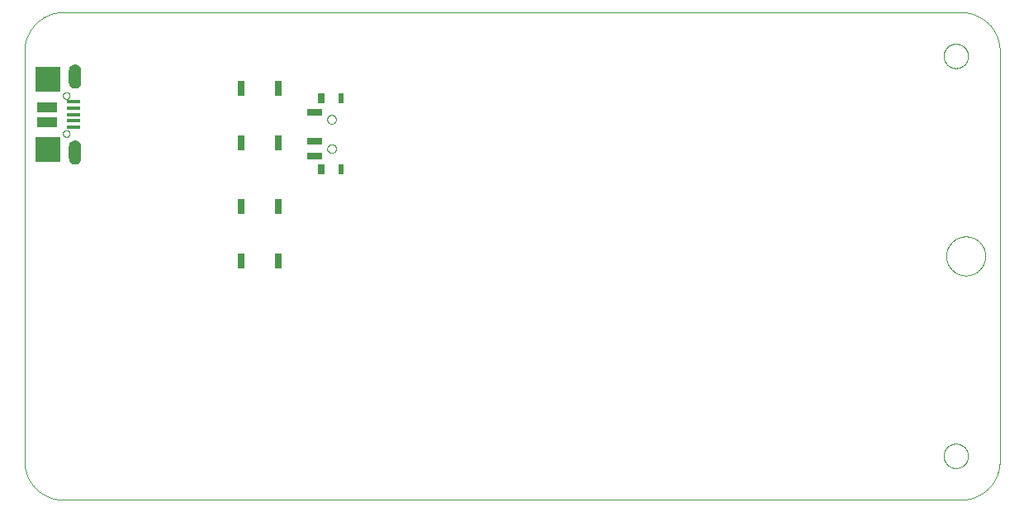
<source format=gbp>
G75*
%MOIN*%
%OFA0B0*%
%FSLAX25Y25*%
%IPPOS*%
%LPD*%
%AMOC8*
5,1,8,0,0,1.08239X$1,22.5*
%
%ADD10C,0.00000*%
%ADD11R,0.03000X0.06000*%
%ADD12R,0.05906X0.02756*%
%ADD13R,0.02362X0.03937*%
%ADD14R,0.03150X0.03937*%
%ADD15R,0.05315X0.01575*%
%ADD16R,0.07874X0.03937*%
%ADD17R,0.09843X0.09843*%
%ADD18C,0.00500*%
D10*
X0020048Y0004300D02*
X0382253Y0004300D01*
X0382634Y0004305D01*
X0383014Y0004318D01*
X0383394Y0004341D01*
X0383773Y0004374D01*
X0384151Y0004415D01*
X0384528Y0004465D01*
X0384904Y0004525D01*
X0385279Y0004593D01*
X0385651Y0004671D01*
X0386022Y0004758D01*
X0386390Y0004853D01*
X0386756Y0004958D01*
X0387119Y0005071D01*
X0387480Y0005193D01*
X0387837Y0005323D01*
X0388191Y0005463D01*
X0388542Y0005610D01*
X0388889Y0005767D01*
X0389232Y0005931D01*
X0389571Y0006104D01*
X0389906Y0006285D01*
X0390237Y0006474D01*
X0390562Y0006671D01*
X0390883Y0006875D01*
X0391199Y0007088D01*
X0391509Y0007308D01*
X0391815Y0007535D01*
X0392114Y0007770D01*
X0392408Y0008012D01*
X0392696Y0008260D01*
X0392978Y0008516D01*
X0393253Y0008779D01*
X0393522Y0009048D01*
X0393785Y0009323D01*
X0394041Y0009605D01*
X0394289Y0009893D01*
X0394531Y0010187D01*
X0394766Y0010486D01*
X0394993Y0010792D01*
X0395213Y0011102D01*
X0395426Y0011418D01*
X0395630Y0011739D01*
X0395827Y0012064D01*
X0396016Y0012395D01*
X0396197Y0012730D01*
X0396370Y0013069D01*
X0396534Y0013412D01*
X0396691Y0013759D01*
X0396838Y0014110D01*
X0396978Y0014464D01*
X0397108Y0014821D01*
X0397230Y0015182D01*
X0397343Y0015545D01*
X0397448Y0015911D01*
X0397543Y0016279D01*
X0397630Y0016650D01*
X0397708Y0017022D01*
X0397776Y0017397D01*
X0397836Y0017773D01*
X0397886Y0018150D01*
X0397927Y0018528D01*
X0397960Y0018907D01*
X0397983Y0019287D01*
X0397996Y0019667D01*
X0398001Y0020048D01*
X0398001Y0185402D01*
X0397996Y0185783D01*
X0397983Y0186163D01*
X0397960Y0186543D01*
X0397927Y0186922D01*
X0397886Y0187300D01*
X0397836Y0187677D01*
X0397776Y0188053D01*
X0397708Y0188428D01*
X0397630Y0188800D01*
X0397543Y0189171D01*
X0397448Y0189539D01*
X0397343Y0189905D01*
X0397230Y0190268D01*
X0397108Y0190629D01*
X0396978Y0190986D01*
X0396838Y0191340D01*
X0396691Y0191691D01*
X0396534Y0192038D01*
X0396370Y0192381D01*
X0396197Y0192720D01*
X0396016Y0193055D01*
X0395827Y0193386D01*
X0395630Y0193711D01*
X0395426Y0194032D01*
X0395213Y0194348D01*
X0394993Y0194658D01*
X0394766Y0194964D01*
X0394531Y0195263D01*
X0394289Y0195557D01*
X0394041Y0195845D01*
X0393785Y0196127D01*
X0393522Y0196402D01*
X0393253Y0196671D01*
X0392978Y0196934D01*
X0392696Y0197190D01*
X0392408Y0197438D01*
X0392114Y0197680D01*
X0391815Y0197915D01*
X0391509Y0198142D01*
X0391199Y0198362D01*
X0390883Y0198575D01*
X0390562Y0198779D01*
X0390237Y0198976D01*
X0389906Y0199165D01*
X0389571Y0199346D01*
X0389232Y0199519D01*
X0388889Y0199683D01*
X0388542Y0199840D01*
X0388191Y0199987D01*
X0387837Y0200127D01*
X0387480Y0200257D01*
X0387119Y0200379D01*
X0386756Y0200492D01*
X0386390Y0200597D01*
X0386022Y0200692D01*
X0385651Y0200779D01*
X0385279Y0200857D01*
X0384904Y0200925D01*
X0384528Y0200985D01*
X0384151Y0201035D01*
X0383773Y0201076D01*
X0383394Y0201109D01*
X0383014Y0201132D01*
X0382634Y0201145D01*
X0382253Y0201150D01*
X0020048Y0201150D01*
X0019662Y0201145D01*
X0019275Y0201131D01*
X0018890Y0201107D01*
X0018504Y0201074D01*
X0018120Y0201032D01*
X0017737Y0200980D01*
X0017356Y0200918D01*
X0016976Y0200847D01*
X0016598Y0200767D01*
X0016222Y0200678D01*
X0015848Y0200580D01*
X0015477Y0200472D01*
X0015108Y0200355D01*
X0014743Y0200229D01*
X0014380Y0200095D01*
X0014022Y0199951D01*
X0013666Y0199799D01*
X0013315Y0199638D01*
X0012968Y0199468D01*
X0012624Y0199290D01*
X0012286Y0199104D01*
X0011952Y0198910D01*
X0011623Y0198707D01*
X0011299Y0198496D01*
X0010980Y0198277D01*
X0010667Y0198051D01*
X0010359Y0197817D01*
X0010058Y0197575D01*
X0009762Y0197327D01*
X0009472Y0197070D01*
X0009189Y0196807D01*
X0008912Y0196538D01*
X0008643Y0196261D01*
X0008380Y0195978D01*
X0008123Y0195688D01*
X0007875Y0195392D01*
X0007633Y0195091D01*
X0007399Y0194783D01*
X0007173Y0194470D01*
X0006954Y0194151D01*
X0006743Y0193827D01*
X0006540Y0193498D01*
X0006346Y0193164D01*
X0006160Y0192826D01*
X0005982Y0192482D01*
X0005812Y0192135D01*
X0005651Y0191784D01*
X0005499Y0191428D01*
X0005355Y0191070D01*
X0005221Y0190707D01*
X0005095Y0190342D01*
X0004978Y0189973D01*
X0004870Y0189602D01*
X0004772Y0189228D01*
X0004683Y0188852D01*
X0004603Y0188474D01*
X0004532Y0188094D01*
X0004470Y0187713D01*
X0004418Y0187330D01*
X0004376Y0186946D01*
X0004343Y0186560D01*
X0004319Y0186175D01*
X0004305Y0185788D01*
X0004300Y0185402D01*
X0004300Y0020048D01*
X0004305Y0019667D01*
X0004318Y0019287D01*
X0004341Y0018907D01*
X0004374Y0018528D01*
X0004415Y0018150D01*
X0004465Y0017773D01*
X0004525Y0017397D01*
X0004593Y0017022D01*
X0004671Y0016650D01*
X0004758Y0016279D01*
X0004853Y0015911D01*
X0004958Y0015545D01*
X0005071Y0015182D01*
X0005193Y0014821D01*
X0005323Y0014464D01*
X0005463Y0014110D01*
X0005610Y0013759D01*
X0005767Y0013412D01*
X0005931Y0013069D01*
X0006104Y0012730D01*
X0006285Y0012395D01*
X0006474Y0012064D01*
X0006671Y0011739D01*
X0006875Y0011418D01*
X0007088Y0011102D01*
X0007308Y0010792D01*
X0007535Y0010486D01*
X0007770Y0010187D01*
X0008012Y0009893D01*
X0008260Y0009605D01*
X0008516Y0009323D01*
X0008779Y0009048D01*
X0009048Y0008779D01*
X0009323Y0008516D01*
X0009605Y0008260D01*
X0009893Y0008012D01*
X0010187Y0007770D01*
X0010486Y0007535D01*
X0010792Y0007308D01*
X0011102Y0007088D01*
X0011418Y0006875D01*
X0011739Y0006671D01*
X0012064Y0006474D01*
X0012395Y0006285D01*
X0012730Y0006104D01*
X0013069Y0005931D01*
X0013412Y0005767D01*
X0013759Y0005610D01*
X0014110Y0005463D01*
X0014464Y0005323D01*
X0014821Y0005193D01*
X0015182Y0005071D01*
X0015545Y0004958D01*
X0015911Y0004853D01*
X0016279Y0004758D01*
X0016650Y0004671D01*
X0017022Y0004593D01*
X0017397Y0004525D01*
X0017773Y0004465D01*
X0018150Y0004415D01*
X0018528Y0004374D01*
X0018907Y0004341D01*
X0019287Y0004318D01*
X0019667Y0004305D01*
X0020048Y0004300D01*
X0014930Y0144457D02*
X0012568Y0144457D01*
X0012502Y0144465D01*
X0012438Y0144477D01*
X0012374Y0144493D01*
X0012311Y0144512D01*
X0012250Y0144536D01*
X0012190Y0144563D01*
X0012132Y0144593D01*
X0012076Y0144627D01*
X0012022Y0144664D01*
X0011970Y0144705D01*
X0011921Y0144749D01*
X0011874Y0144795D01*
X0011831Y0144844D01*
X0011790Y0144896D01*
X0011753Y0144950D01*
X0011719Y0145006D01*
X0011689Y0145064D01*
X0011662Y0145124D01*
X0011638Y0145185D01*
X0011619Y0145248D01*
X0011603Y0145312D01*
X0011591Y0145376D01*
X0011583Y0145442D01*
X0011579Y0145507D01*
X0011579Y0145573D01*
X0011583Y0145638D01*
X0011583Y0145639D02*
X0011579Y0145704D01*
X0011579Y0145770D01*
X0011583Y0145835D01*
X0011591Y0145901D01*
X0011603Y0145965D01*
X0011619Y0146029D01*
X0011638Y0146092D01*
X0011662Y0146153D01*
X0011689Y0146213D01*
X0011719Y0146271D01*
X0011753Y0146327D01*
X0011790Y0146381D01*
X0011831Y0146433D01*
X0011874Y0146482D01*
X0011921Y0146528D01*
X0011970Y0146572D01*
X0012022Y0146613D01*
X0012076Y0146650D01*
X0012132Y0146684D01*
X0012190Y0146714D01*
X0012250Y0146741D01*
X0012311Y0146765D01*
X0012374Y0146784D01*
X0012438Y0146800D01*
X0012502Y0146812D01*
X0012568Y0146820D01*
X0014930Y0146820D01*
X0014929Y0146820D02*
X0014992Y0146812D01*
X0015054Y0146801D01*
X0015116Y0146786D01*
X0015176Y0146768D01*
X0015236Y0146746D01*
X0015294Y0146721D01*
X0015350Y0146692D01*
X0015405Y0146660D01*
X0015457Y0146625D01*
X0015508Y0146587D01*
X0015556Y0146547D01*
X0015602Y0146503D01*
X0015645Y0146457D01*
X0015686Y0146408D01*
X0015724Y0146357D01*
X0015758Y0146305D01*
X0015790Y0146250D01*
X0015818Y0146193D01*
X0015843Y0146135D01*
X0015864Y0146075D01*
X0015882Y0146015D01*
X0015896Y0145953D01*
X0015907Y0145891D01*
X0015914Y0145828D01*
X0015918Y0145765D01*
X0015917Y0145702D01*
X0015914Y0145639D01*
X0015914Y0145638D02*
X0015917Y0145575D01*
X0015918Y0145512D01*
X0015914Y0145449D01*
X0015907Y0145386D01*
X0015896Y0145324D01*
X0015882Y0145262D01*
X0015864Y0145202D01*
X0015843Y0145142D01*
X0015818Y0145084D01*
X0015790Y0145027D01*
X0015758Y0144972D01*
X0015724Y0144920D01*
X0015686Y0144869D01*
X0015645Y0144820D01*
X0015602Y0144774D01*
X0015556Y0144730D01*
X0015508Y0144690D01*
X0015457Y0144652D01*
X0015405Y0144617D01*
X0015350Y0144585D01*
X0015294Y0144556D01*
X0015236Y0144531D01*
X0015176Y0144509D01*
X0015116Y0144491D01*
X0015054Y0144476D01*
X0014992Y0144465D01*
X0014929Y0144457D01*
X0019851Y0152135D02*
X0019853Y0152209D01*
X0019859Y0152283D01*
X0019869Y0152356D01*
X0019883Y0152429D01*
X0019900Y0152501D01*
X0019922Y0152571D01*
X0019947Y0152641D01*
X0019976Y0152709D01*
X0020009Y0152775D01*
X0020045Y0152840D01*
X0020085Y0152902D01*
X0020127Y0152963D01*
X0020173Y0153021D01*
X0020222Y0153076D01*
X0020274Y0153129D01*
X0020329Y0153179D01*
X0020386Y0153225D01*
X0020446Y0153269D01*
X0020508Y0153309D01*
X0020572Y0153346D01*
X0020638Y0153380D01*
X0020706Y0153410D01*
X0020775Y0153436D01*
X0020846Y0153459D01*
X0020917Y0153477D01*
X0020990Y0153492D01*
X0021063Y0153503D01*
X0021137Y0153510D01*
X0021211Y0153513D01*
X0021284Y0153512D01*
X0021358Y0153507D01*
X0021432Y0153498D01*
X0021505Y0153485D01*
X0021577Y0153468D01*
X0021648Y0153448D01*
X0021718Y0153423D01*
X0021786Y0153395D01*
X0021853Y0153364D01*
X0021918Y0153328D01*
X0021981Y0153290D01*
X0022042Y0153248D01*
X0022101Y0153202D01*
X0022157Y0153154D01*
X0022210Y0153103D01*
X0022260Y0153049D01*
X0022308Y0152992D01*
X0022352Y0152933D01*
X0022394Y0152871D01*
X0022432Y0152808D01*
X0022466Y0152742D01*
X0022497Y0152675D01*
X0022524Y0152606D01*
X0022547Y0152536D01*
X0022567Y0152465D01*
X0022583Y0152392D01*
X0022595Y0152319D01*
X0022603Y0152246D01*
X0022607Y0152172D01*
X0022607Y0152098D01*
X0022603Y0152024D01*
X0022595Y0151951D01*
X0022583Y0151878D01*
X0022567Y0151805D01*
X0022547Y0151734D01*
X0022524Y0151664D01*
X0022497Y0151595D01*
X0022466Y0151528D01*
X0022432Y0151462D01*
X0022394Y0151399D01*
X0022352Y0151337D01*
X0022308Y0151278D01*
X0022260Y0151221D01*
X0022210Y0151167D01*
X0022157Y0151116D01*
X0022101Y0151068D01*
X0022042Y0151022D01*
X0021981Y0150980D01*
X0021918Y0150942D01*
X0021853Y0150906D01*
X0021786Y0150875D01*
X0021718Y0150847D01*
X0021648Y0150822D01*
X0021577Y0150802D01*
X0021505Y0150785D01*
X0021432Y0150772D01*
X0021358Y0150763D01*
X0021284Y0150758D01*
X0021211Y0150757D01*
X0021137Y0150760D01*
X0021063Y0150767D01*
X0020990Y0150778D01*
X0020917Y0150793D01*
X0020846Y0150811D01*
X0020775Y0150834D01*
X0020706Y0150860D01*
X0020638Y0150890D01*
X0020572Y0150924D01*
X0020508Y0150961D01*
X0020446Y0151001D01*
X0020386Y0151045D01*
X0020329Y0151091D01*
X0020274Y0151141D01*
X0020222Y0151194D01*
X0020173Y0151249D01*
X0020127Y0151307D01*
X0020085Y0151368D01*
X0020045Y0151430D01*
X0020009Y0151495D01*
X0019976Y0151561D01*
X0019947Y0151629D01*
X0019922Y0151699D01*
X0019900Y0151769D01*
X0019883Y0151841D01*
X0019869Y0151914D01*
X0019859Y0151987D01*
X0019853Y0152061D01*
X0019851Y0152135D01*
X0019851Y0167489D02*
X0019853Y0167563D01*
X0019859Y0167637D01*
X0019869Y0167710D01*
X0019883Y0167783D01*
X0019900Y0167855D01*
X0019922Y0167925D01*
X0019947Y0167995D01*
X0019976Y0168063D01*
X0020009Y0168129D01*
X0020045Y0168194D01*
X0020085Y0168256D01*
X0020127Y0168317D01*
X0020173Y0168375D01*
X0020222Y0168430D01*
X0020274Y0168483D01*
X0020329Y0168533D01*
X0020386Y0168579D01*
X0020446Y0168623D01*
X0020508Y0168663D01*
X0020572Y0168700D01*
X0020638Y0168734D01*
X0020706Y0168764D01*
X0020775Y0168790D01*
X0020846Y0168813D01*
X0020917Y0168831D01*
X0020990Y0168846D01*
X0021063Y0168857D01*
X0021137Y0168864D01*
X0021211Y0168867D01*
X0021284Y0168866D01*
X0021358Y0168861D01*
X0021432Y0168852D01*
X0021505Y0168839D01*
X0021577Y0168822D01*
X0021648Y0168802D01*
X0021718Y0168777D01*
X0021786Y0168749D01*
X0021853Y0168718D01*
X0021918Y0168682D01*
X0021981Y0168644D01*
X0022042Y0168602D01*
X0022101Y0168556D01*
X0022157Y0168508D01*
X0022210Y0168457D01*
X0022260Y0168403D01*
X0022308Y0168346D01*
X0022352Y0168287D01*
X0022394Y0168225D01*
X0022432Y0168162D01*
X0022466Y0168096D01*
X0022497Y0168029D01*
X0022524Y0167960D01*
X0022547Y0167890D01*
X0022567Y0167819D01*
X0022583Y0167746D01*
X0022595Y0167673D01*
X0022603Y0167600D01*
X0022607Y0167526D01*
X0022607Y0167452D01*
X0022603Y0167378D01*
X0022595Y0167305D01*
X0022583Y0167232D01*
X0022567Y0167159D01*
X0022547Y0167088D01*
X0022524Y0167018D01*
X0022497Y0166949D01*
X0022466Y0166882D01*
X0022432Y0166816D01*
X0022394Y0166753D01*
X0022352Y0166691D01*
X0022308Y0166632D01*
X0022260Y0166575D01*
X0022210Y0166521D01*
X0022157Y0166470D01*
X0022101Y0166422D01*
X0022042Y0166376D01*
X0021981Y0166334D01*
X0021918Y0166296D01*
X0021853Y0166260D01*
X0021786Y0166229D01*
X0021718Y0166201D01*
X0021648Y0166176D01*
X0021577Y0166156D01*
X0021505Y0166139D01*
X0021432Y0166126D01*
X0021358Y0166117D01*
X0021284Y0166112D01*
X0021211Y0166111D01*
X0021137Y0166114D01*
X0021063Y0166121D01*
X0020990Y0166132D01*
X0020917Y0166147D01*
X0020846Y0166165D01*
X0020775Y0166188D01*
X0020706Y0166214D01*
X0020638Y0166244D01*
X0020572Y0166278D01*
X0020508Y0166315D01*
X0020446Y0166355D01*
X0020386Y0166399D01*
X0020329Y0166445D01*
X0020274Y0166495D01*
X0020222Y0166548D01*
X0020173Y0166603D01*
X0020127Y0166661D01*
X0020085Y0166722D01*
X0020045Y0166784D01*
X0020009Y0166849D01*
X0019976Y0166915D01*
X0019947Y0166983D01*
X0019922Y0167053D01*
X0019900Y0167123D01*
X0019883Y0167195D01*
X0019869Y0167268D01*
X0019859Y0167341D01*
X0019853Y0167415D01*
X0019851Y0167489D01*
X0014930Y0172804D02*
X0012568Y0172804D01*
X0012502Y0172812D01*
X0012438Y0172824D01*
X0012374Y0172840D01*
X0012311Y0172859D01*
X0012250Y0172883D01*
X0012190Y0172910D01*
X0012132Y0172940D01*
X0012076Y0172974D01*
X0012022Y0173011D01*
X0011970Y0173052D01*
X0011921Y0173096D01*
X0011874Y0173142D01*
X0011831Y0173191D01*
X0011790Y0173243D01*
X0011753Y0173297D01*
X0011719Y0173353D01*
X0011689Y0173411D01*
X0011662Y0173471D01*
X0011638Y0173532D01*
X0011619Y0173595D01*
X0011603Y0173659D01*
X0011591Y0173723D01*
X0011583Y0173789D01*
X0011579Y0173854D01*
X0011579Y0173920D01*
X0011583Y0173985D01*
X0011579Y0174050D01*
X0011579Y0174116D01*
X0011583Y0174181D01*
X0011591Y0174247D01*
X0011603Y0174311D01*
X0011619Y0174375D01*
X0011638Y0174438D01*
X0011662Y0174499D01*
X0011689Y0174559D01*
X0011719Y0174617D01*
X0011753Y0174673D01*
X0011790Y0174727D01*
X0011831Y0174779D01*
X0011874Y0174828D01*
X0011921Y0174874D01*
X0011970Y0174918D01*
X0012022Y0174959D01*
X0012076Y0174996D01*
X0012132Y0175030D01*
X0012190Y0175060D01*
X0012250Y0175087D01*
X0012311Y0175111D01*
X0012374Y0175130D01*
X0012438Y0175146D01*
X0012502Y0175158D01*
X0012568Y0175166D01*
X0014930Y0175166D01*
X0014929Y0175166D02*
X0014992Y0175158D01*
X0015054Y0175147D01*
X0015116Y0175132D01*
X0015176Y0175114D01*
X0015236Y0175092D01*
X0015294Y0175067D01*
X0015350Y0175038D01*
X0015405Y0175006D01*
X0015457Y0174971D01*
X0015508Y0174933D01*
X0015556Y0174893D01*
X0015602Y0174849D01*
X0015645Y0174803D01*
X0015686Y0174754D01*
X0015724Y0174703D01*
X0015758Y0174651D01*
X0015790Y0174596D01*
X0015818Y0174539D01*
X0015843Y0174481D01*
X0015864Y0174421D01*
X0015882Y0174361D01*
X0015896Y0174299D01*
X0015907Y0174237D01*
X0015914Y0174174D01*
X0015918Y0174111D01*
X0015917Y0174048D01*
X0015914Y0173985D01*
X0015917Y0173922D01*
X0015918Y0173859D01*
X0015914Y0173796D01*
X0015907Y0173733D01*
X0015896Y0173671D01*
X0015882Y0173609D01*
X0015864Y0173549D01*
X0015843Y0173489D01*
X0015818Y0173431D01*
X0015790Y0173374D01*
X0015758Y0173319D01*
X0015724Y0173267D01*
X0015686Y0173216D01*
X0015645Y0173167D01*
X0015602Y0173121D01*
X0015556Y0173077D01*
X0015508Y0173037D01*
X0015457Y0172999D01*
X0015405Y0172964D01*
X0015350Y0172932D01*
X0015294Y0172903D01*
X0015236Y0172878D01*
X0015176Y0172856D01*
X0015116Y0172838D01*
X0015054Y0172823D01*
X0014992Y0172812D01*
X0014929Y0172804D01*
X0126544Y0157843D02*
X0126546Y0157927D01*
X0126552Y0158010D01*
X0126562Y0158093D01*
X0126576Y0158176D01*
X0126593Y0158258D01*
X0126615Y0158339D01*
X0126640Y0158418D01*
X0126669Y0158497D01*
X0126702Y0158574D01*
X0126738Y0158649D01*
X0126778Y0158723D01*
X0126821Y0158795D01*
X0126868Y0158864D01*
X0126918Y0158931D01*
X0126971Y0158996D01*
X0127027Y0159058D01*
X0127085Y0159118D01*
X0127147Y0159175D01*
X0127211Y0159228D01*
X0127278Y0159279D01*
X0127347Y0159326D01*
X0127418Y0159371D01*
X0127491Y0159411D01*
X0127566Y0159448D01*
X0127643Y0159482D01*
X0127721Y0159512D01*
X0127800Y0159538D01*
X0127881Y0159561D01*
X0127963Y0159579D01*
X0128045Y0159594D01*
X0128128Y0159605D01*
X0128211Y0159612D01*
X0128295Y0159615D01*
X0128379Y0159614D01*
X0128462Y0159609D01*
X0128546Y0159600D01*
X0128628Y0159587D01*
X0128710Y0159571D01*
X0128791Y0159550D01*
X0128872Y0159526D01*
X0128950Y0159498D01*
X0129028Y0159466D01*
X0129104Y0159430D01*
X0129178Y0159391D01*
X0129250Y0159349D01*
X0129320Y0159303D01*
X0129388Y0159254D01*
X0129453Y0159202D01*
X0129516Y0159147D01*
X0129576Y0159089D01*
X0129634Y0159028D01*
X0129688Y0158964D01*
X0129740Y0158898D01*
X0129788Y0158830D01*
X0129833Y0158759D01*
X0129874Y0158686D01*
X0129913Y0158612D01*
X0129947Y0158536D01*
X0129978Y0158458D01*
X0130005Y0158379D01*
X0130029Y0158298D01*
X0130048Y0158217D01*
X0130064Y0158135D01*
X0130076Y0158052D01*
X0130084Y0157968D01*
X0130088Y0157885D01*
X0130088Y0157801D01*
X0130084Y0157718D01*
X0130076Y0157634D01*
X0130064Y0157551D01*
X0130048Y0157469D01*
X0130029Y0157388D01*
X0130005Y0157307D01*
X0129978Y0157228D01*
X0129947Y0157150D01*
X0129913Y0157074D01*
X0129874Y0157000D01*
X0129833Y0156927D01*
X0129788Y0156856D01*
X0129740Y0156788D01*
X0129688Y0156722D01*
X0129634Y0156658D01*
X0129576Y0156597D01*
X0129516Y0156539D01*
X0129453Y0156484D01*
X0129388Y0156432D01*
X0129320Y0156383D01*
X0129250Y0156337D01*
X0129178Y0156295D01*
X0129104Y0156256D01*
X0129028Y0156220D01*
X0128950Y0156188D01*
X0128872Y0156160D01*
X0128791Y0156136D01*
X0128710Y0156115D01*
X0128628Y0156099D01*
X0128546Y0156086D01*
X0128462Y0156077D01*
X0128379Y0156072D01*
X0128295Y0156071D01*
X0128211Y0156074D01*
X0128128Y0156081D01*
X0128045Y0156092D01*
X0127963Y0156107D01*
X0127881Y0156125D01*
X0127800Y0156148D01*
X0127721Y0156174D01*
X0127643Y0156204D01*
X0127566Y0156238D01*
X0127491Y0156275D01*
X0127418Y0156315D01*
X0127347Y0156360D01*
X0127278Y0156407D01*
X0127211Y0156458D01*
X0127147Y0156511D01*
X0127085Y0156568D01*
X0127027Y0156628D01*
X0126971Y0156690D01*
X0126918Y0156755D01*
X0126868Y0156822D01*
X0126821Y0156891D01*
X0126778Y0156963D01*
X0126738Y0157037D01*
X0126702Y0157112D01*
X0126669Y0157189D01*
X0126640Y0157268D01*
X0126615Y0157347D01*
X0126593Y0157428D01*
X0126576Y0157510D01*
X0126562Y0157593D01*
X0126552Y0157676D01*
X0126546Y0157759D01*
X0126544Y0157843D01*
X0126544Y0146032D02*
X0126546Y0146116D01*
X0126552Y0146199D01*
X0126562Y0146282D01*
X0126576Y0146365D01*
X0126593Y0146447D01*
X0126615Y0146528D01*
X0126640Y0146607D01*
X0126669Y0146686D01*
X0126702Y0146763D01*
X0126738Y0146838D01*
X0126778Y0146912D01*
X0126821Y0146984D01*
X0126868Y0147053D01*
X0126918Y0147120D01*
X0126971Y0147185D01*
X0127027Y0147247D01*
X0127085Y0147307D01*
X0127147Y0147364D01*
X0127211Y0147417D01*
X0127278Y0147468D01*
X0127347Y0147515D01*
X0127418Y0147560D01*
X0127491Y0147600D01*
X0127566Y0147637D01*
X0127643Y0147671D01*
X0127721Y0147701D01*
X0127800Y0147727D01*
X0127881Y0147750D01*
X0127963Y0147768D01*
X0128045Y0147783D01*
X0128128Y0147794D01*
X0128211Y0147801D01*
X0128295Y0147804D01*
X0128379Y0147803D01*
X0128462Y0147798D01*
X0128546Y0147789D01*
X0128628Y0147776D01*
X0128710Y0147760D01*
X0128791Y0147739D01*
X0128872Y0147715D01*
X0128950Y0147687D01*
X0129028Y0147655D01*
X0129104Y0147619D01*
X0129178Y0147580D01*
X0129250Y0147538D01*
X0129320Y0147492D01*
X0129388Y0147443D01*
X0129453Y0147391D01*
X0129516Y0147336D01*
X0129576Y0147278D01*
X0129634Y0147217D01*
X0129688Y0147153D01*
X0129740Y0147087D01*
X0129788Y0147019D01*
X0129833Y0146948D01*
X0129874Y0146875D01*
X0129913Y0146801D01*
X0129947Y0146725D01*
X0129978Y0146647D01*
X0130005Y0146568D01*
X0130029Y0146487D01*
X0130048Y0146406D01*
X0130064Y0146324D01*
X0130076Y0146241D01*
X0130084Y0146157D01*
X0130088Y0146074D01*
X0130088Y0145990D01*
X0130084Y0145907D01*
X0130076Y0145823D01*
X0130064Y0145740D01*
X0130048Y0145658D01*
X0130029Y0145577D01*
X0130005Y0145496D01*
X0129978Y0145417D01*
X0129947Y0145339D01*
X0129913Y0145263D01*
X0129874Y0145189D01*
X0129833Y0145116D01*
X0129788Y0145045D01*
X0129740Y0144977D01*
X0129688Y0144911D01*
X0129634Y0144847D01*
X0129576Y0144786D01*
X0129516Y0144728D01*
X0129453Y0144673D01*
X0129388Y0144621D01*
X0129320Y0144572D01*
X0129250Y0144526D01*
X0129178Y0144484D01*
X0129104Y0144445D01*
X0129028Y0144409D01*
X0128950Y0144377D01*
X0128872Y0144349D01*
X0128791Y0144325D01*
X0128710Y0144304D01*
X0128628Y0144288D01*
X0128546Y0144275D01*
X0128462Y0144266D01*
X0128379Y0144261D01*
X0128295Y0144260D01*
X0128211Y0144263D01*
X0128128Y0144270D01*
X0128045Y0144281D01*
X0127963Y0144296D01*
X0127881Y0144314D01*
X0127800Y0144337D01*
X0127721Y0144363D01*
X0127643Y0144393D01*
X0127566Y0144427D01*
X0127491Y0144464D01*
X0127418Y0144504D01*
X0127347Y0144549D01*
X0127278Y0144596D01*
X0127211Y0144647D01*
X0127147Y0144700D01*
X0127085Y0144757D01*
X0127027Y0144817D01*
X0126971Y0144879D01*
X0126918Y0144944D01*
X0126868Y0145011D01*
X0126821Y0145080D01*
X0126778Y0145152D01*
X0126738Y0145226D01*
X0126702Y0145301D01*
X0126669Y0145378D01*
X0126640Y0145457D01*
X0126615Y0145536D01*
X0126593Y0145617D01*
X0126576Y0145699D01*
X0126562Y0145782D01*
X0126552Y0145865D01*
X0126546Y0145948D01*
X0126544Y0146032D01*
X0375363Y0183434D02*
X0375365Y0183574D01*
X0375371Y0183714D01*
X0375381Y0183853D01*
X0375395Y0183992D01*
X0375413Y0184131D01*
X0375434Y0184269D01*
X0375460Y0184407D01*
X0375490Y0184544D01*
X0375523Y0184679D01*
X0375561Y0184814D01*
X0375602Y0184948D01*
X0375647Y0185081D01*
X0375695Y0185212D01*
X0375748Y0185341D01*
X0375804Y0185470D01*
X0375863Y0185596D01*
X0375927Y0185721D01*
X0375993Y0185844D01*
X0376064Y0185965D01*
X0376137Y0186084D01*
X0376214Y0186201D01*
X0376295Y0186315D01*
X0376378Y0186427D01*
X0376465Y0186537D01*
X0376555Y0186645D01*
X0376647Y0186749D01*
X0376743Y0186851D01*
X0376842Y0186951D01*
X0376943Y0187047D01*
X0377047Y0187141D01*
X0377154Y0187231D01*
X0377263Y0187318D01*
X0377375Y0187403D01*
X0377489Y0187484D01*
X0377605Y0187562D01*
X0377723Y0187636D01*
X0377844Y0187707D01*
X0377966Y0187775D01*
X0378091Y0187839D01*
X0378217Y0187900D01*
X0378344Y0187957D01*
X0378474Y0188010D01*
X0378605Y0188060D01*
X0378737Y0188105D01*
X0378870Y0188148D01*
X0379005Y0188186D01*
X0379140Y0188220D01*
X0379277Y0188251D01*
X0379414Y0188278D01*
X0379552Y0188300D01*
X0379691Y0188319D01*
X0379830Y0188334D01*
X0379969Y0188345D01*
X0380109Y0188352D01*
X0380249Y0188355D01*
X0380389Y0188354D01*
X0380529Y0188349D01*
X0380668Y0188340D01*
X0380808Y0188327D01*
X0380947Y0188310D01*
X0381085Y0188289D01*
X0381223Y0188265D01*
X0381360Y0188236D01*
X0381496Y0188204D01*
X0381631Y0188167D01*
X0381765Y0188127D01*
X0381898Y0188083D01*
X0382029Y0188035D01*
X0382159Y0187984D01*
X0382288Y0187929D01*
X0382415Y0187870D01*
X0382540Y0187807D01*
X0382663Y0187742D01*
X0382785Y0187672D01*
X0382904Y0187599D01*
X0383022Y0187523D01*
X0383137Y0187444D01*
X0383250Y0187361D01*
X0383360Y0187275D01*
X0383468Y0187186D01*
X0383573Y0187094D01*
X0383676Y0186999D01*
X0383776Y0186901D01*
X0383873Y0186801D01*
X0383967Y0186697D01*
X0384059Y0186591D01*
X0384147Y0186483D01*
X0384232Y0186372D01*
X0384314Y0186258D01*
X0384393Y0186142D01*
X0384468Y0186025D01*
X0384540Y0185905D01*
X0384608Y0185783D01*
X0384673Y0185659D01*
X0384735Y0185533D01*
X0384793Y0185406D01*
X0384847Y0185277D01*
X0384898Y0185146D01*
X0384944Y0185014D01*
X0384987Y0184881D01*
X0385027Y0184747D01*
X0385062Y0184612D01*
X0385094Y0184475D01*
X0385121Y0184338D01*
X0385145Y0184200D01*
X0385165Y0184062D01*
X0385181Y0183923D01*
X0385193Y0183783D01*
X0385201Y0183644D01*
X0385205Y0183504D01*
X0385205Y0183364D01*
X0385201Y0183224D01*
X0385193Y0183085D01*
X0385181Y0182945D01*
X0385165Y0182806D01*
X0385145Y0182668D01*
X0385121Y0182530D01*
X0385094Y0182393D01*
X0385062Y0182256D01*
X0385027Y0182121D01*
X0384987Y0181987D01*
X0384944Y0181854D01*
X0384898Y0181722D01*
X0384847Y0181591D01*
X0384793Y0181462D01*
X0384735Y0181335D01*
X0384673Y0181209D01*
X0384608Y0181085D01*
X0384540Y0180963D01*
X0384468Y0180843D01*
X0384393Y0180726D01*
X0384314Y0180610D01*
X0384232Y0180496D01*
X0384147Y0180385D01*
X0384059Y0180277D01*
X0383967Y0180171D01*
X0383873Y0180067D01*
X0383776Y0179967D01*
X0383676Y0179869D01*
X0383573Y0179774D01*
X0383468Y0179682D01*
X0383360Y0179593D01*
X0383250Y0179507D01*
X0383137Y0179424D01*
X0383022Y0179345D01*
X0382904Y0179269D01*
X0382785Y0179196D01*
X0382663Y0179126D01*
X0382540Y0179061D01*
X0382415Y0178998D01*
X0382288Y0178939D01*
X0382159Y0178884D01*
X0382029Y0178833D01*
X0381898Y0178785D01*
X0381765Y0178741D01*
X0381631Y0178701D01*
X0381496Y0178664D01*
X0381360Y0178632D01*
X0381223Y0178603D01*
X0381085Y0178579D01*
X0380947Y0178558D01*
X0380808Y0178541D01*
X0380668Y0178528D01*
X0380529Y0178519D01*
X0380389Y0178514D01*
X0380249Y0178513D01*
X0380109Y0178516D01*
X0379969Y0178523D01*
X0379830Y0178534D01*
X0379691Y0178549D01*
X0379552Y0178568D01*
X0379414Y0178590D01*
X0379277Y0178617D01*
X0379140Y0178648D01*
X0379005Y0178682D01*
X0378870Y0178720D01*
X0378737Y0178763D01*
X0378605Y0178808D01*
X0378474Y0178858D01*
X0378344Y0178911D01*
X0378217Y0178968D01*
X0378091Y0179029D01*
X0377966Y0179093D01*
X0377844Y0179161D01*
X0377723Y0179232D01*
X0377605Y0179306D01*
X0377489Y0179384D01*
X0377375Y0179465D01*
X0377263Y0179550D01*
X0377154Y0179637D01*
X0377047Y0179727D01*
X0376943Y0179821D01*
X0376842Y0179917D01*
X0376743Y0180017D01*
X0376647Y0180119D01*
X0376555Y0180223D01*
X0376465Y0180331D01*
X0376378Y0180441D01*
X0376295Y0180553D01*
X0376214Y0180667D01*
X0376137Y0180784D01*
X0376064Y0180903D01*
X0375993Y0181024D01*
X0375927Y0181147D01*
X0375863Y0181272D01*
X0375804Y0181398D01*
X0375748Y0181527D01*
X0375695Y0181656D01*
X0375647Y0181787D01*
X0375602Y0181920D01*
X0375561Y0182054D01*
X0375523Y0182189D01*
X0375490Y0182324D01*
X0375460Y0182461D01*
X0375434Y0182599D01*
X0375413Y0182737D01*
X0375395Y0182876D01*
X0375381Y0183015D01*
X0375371Y0183154D01*
X0375365Y0183294D01*
X0375363Y0183434D01*
X0376426Y0102725D02*
X0376428Y0102918D01*
X0376435Y0103111D01*
X0376447Y0103304D01*
X0376464Y0103497D01*
X0376485Y0103689D01*
X0376511Y0103880D01*
X0376542Y0104071D01*
X0376577Y0104261D01*
X0376617Y0104450D01*
X0376662Y0104638D01*
X0376711Y0104825D01*
X0376765Y0105011D01*
X0376823Y0105195D01*
X0376886Y0105378D01*
X0376954Y0105559D01*
X0377025Y0105738D01*
X0377102Y0105916D01*
X0377182Y0106092D01*
X0377267Y0106265D01*
X0377356Y0106437D01*
X0377449Y0106606D01*
X0377546Y0106773D01*
X0377648Y0106938D01*
X0377753Y0107100D01*
X0377862Y0107259D01*
X0377976Y0107416D01*
X0378093Y0107569D01*
X0378213Y0107720D01*
X0378338Y0107868D01*
X0378466Y0108013D01*
X0378597Y0108154D01*
X0378732Y0108293D01*
X0378871Y0108428D01*
X0379012Y0108559D01*
X0379157Y0108687D01*
X0379305Y0108812D01*
X0379456Y0108932D01*
X0379609Y0109049D01*
X0379766Y0109163D01*
X0379925Y0109272D01*
X0380087Y0109377D01*
X0380252Y0109479D01*
X0380419Y0109576D01*
X0380588Y0109669D01*
X0380760Y0109758D01*
X0380933Y0109843D01*
X0381109Y0109923D01*
X0381287Y0110000D01*
X0381466Y0110071D01*
X0381647Y0110139D01*
X0381830Y0110202D01*
X0382014Y0110260D01*
X0382200Y0110314D01*
X0382387Y0110363D01*
X0382575Y0110408D01*
X0382764Y0110448D01*
X0382954Y0110483D01*
X0383145Y0110514D01*
X0383336Y0110540D01*
X0383528Y0110561D01*
X0383721Y0110578D01*
X0383914Y0110590D01*
X0384107Y0110597D01*
X0384300Y0110599D01*
X0384493Y0110597D01*
X0384686Y0110590D01*
X0384879Y0110578D01*
X0385072Y0110561D01*
X0385264Y0110540D01*
X0385455Y0110514D01*
X0385646Y0110483D01*
X0385836Y0110448D01*
X0386025Y0110408D01*
X0386213Y0110363D01*
X0386400Y0110314D01*
X0386586Y0110260D01*
X0386770Y0110202D01*
X0386953Y0110139D01*
X0387134Y0110071D01*
X0387313Y0110000D01*
X0387491Y0109923D01*
X0387667Y0109843D01*
X0387840Y0109758D01*
X0388012Y0109669D01*
X0388181Y0109576D01*
X0388348Y0109479D01*
X0388513Y0109377D01*
X0388675Y0109272D01*
X0388834Y0109163D01*
X0388991Y0109049D01*
X0389144Y0108932D01*
X0389295Y0108812D01*
X0389443Y0108687D01*
X0389588Y0108559D01*
X0389729Y0108428D01*
X0389868Y0108293D01*
X0390003Y0108154D01*
X0390134Y0108013D01*
X0390262Y0107868D01*
X0390387Y0107720D01*
X0390507Y0107569D01*
X0390624Y0107416D01*
X0390738Y0107259D01*
X0390847Y0107100D01*
X0390952Y0106938D01*
X0391054Y0106773D01*
X0391151Y0106606D01*
X0391244Y0106437D01*
X0391333Y0106265D01*
X0391418Y0106092D01*
X0391498Y0105916D01*
X0391575Y0105738D01*
X0391646Y0105559D01*
X0391714Y0105378D01*
X0391777Y0105195D01*
X0391835Y0105011D01*
X0391889Y0104825D01*
X0391938Y0104638D01*
X0391983Y0104450D01*
X0392023Y0104261D01*
X0392058Y0104071D01*
X0392089Y0103880D01*
X0392115Y0103689D01*
X0392136Y0103497D01*
X0392153Y0103304D01*
X0392165Y0103111D01*
X0392172Y0102918D01*
X0392174Y0102725D01*
X0392172Y0102532D01*
X0392165Y0102339D01*
X0392153Y0102146D01*
X0392136Y0101953D01*
X0392115Y0101761D01*
X0392089Y0101570D01*
X0392058Y0101379D01*
X0392023Y0101189D01*
X0391983Y0101000D01*
X0391938Y0100812D01*
X0391889Y0100625D01*
X0391835Y0100439D01*
X0391777Y0100255D01*
X0391714Y0100072D01*
X0391646Y0099891D01*
X0391575Y0099712D01*
X0391498Y0099534D01*
X0391418Y0099358D01*
X0391333Y0099185D01*
X0391244Y0099013D01*
X0391151Y0098844D01*
X0391054Y0098677D01*
X0390952Y0098512D01*
X0390847Y0098350D01*
X0390738Y0098191D01*
X0390624Y0098034D01*
X0390507Y0097881D01*
X0390387Y0097730D01*
X0390262Y0097582D01*
X0390134Y0097437D01*
X0390003Y0097296D01*
X0389868Y0097157D01*
X0389729Y0097022D01*
X0389588Y0096891D01*
X0389443Y0096763D01*
X0389295Y0096638D01*
X0389144Y0096518D01*
X0388991Y0096401D01*
X0388834Y0096287D01*
X0388675Y0096178D01*
X0388513Y0096073D01*
X0388348Y0095971D01*
X0388181Y0095874D01*
X0388012Y0095781D01*
X0387840Y0095692D01*
X0387667Y0095607D01*
X0387491Y0095527D01*
X0387313Y0095450D01*
X0387134Y0095379D01*
X0386953Y0095311D01*
X0386770Y0095248D01*
X0386586Y0095190D01*
X0386400Y0095136D01*
X0386213Y0095087D01*
X0386025Y0095042D01*
X0385836Y0095002D01*
X0385646Y0094967D01*
X0385455Y0094936D01*
X0385264Y0094910D01*
X0385072Y0094889D01*
X0384879Y0094872D01*
X0384686Y0094860D01*
X0384493Y0094853D01*
X0384300Y0094851D01*
X0384107Y0094853D01*
X0383914Y0094860D01*
X0383721Y0094872D01*
X0383528Y0094889D01*
X0383336Y0094910D01*
X0383145Y0094936D01*
X0382954Y0094967D01*
X0382764Y0095002D01*
X0382575Y0095042D01*
X0382387Y0095087D01*
X0382200Y0095136D01*
X0382014Y0095190D01*
X0381830Y0095248D01*
X0381647Y0095311D01*
X0381466Y0095379D01*
X0381287Y0095450D01*
X0381109Y0095527D01*
X0380933Y0095607D01*
X0380760Y0095692D01*
X0380588Y0095781D01*
X0380419Y0095874D01*
X0380252Y0095971D01*
X0380087Y0096073D01*
X0379925Y0096178D01*
X0379766Y0096287D01*
X0379609Y0096401D01*
X0379456Y0096518D01*
X0379305Y0096638D01*
X0379157Y0096763D01*
X0379012Y0096891D01*
X0378871Y0097022D01*
X0378732Y0097157D01*
X0378597Y0097296D01*
X0378466Y0097437D01*
X0378338Y0097582D01*
X0378213Y0097730D01*
X0378093Y0097881D01*
X0377976Y0098034D01*
X0377862Y0098191D01*
X0377753Y0098350D01*
X0377648Y0098512D01*
X0377546Y0098677D01*
X0377449Y0098844D01*
X0377356Y0099013D01*
X0377267Y0099185D01*
X0377182Y0099358D01*
X0377102Y0099534D01*
X0377025Y0099712D01*
X0376954Y0099891D01*
X0376886Y0100072D01*
X0376823Y0100255D01*
X0376765Y0100439D01*
X0376711Y0100625D01*
X0376662Y0100812D01*
X0376617Y0101000D01*
X0376577Y0101189D01*
X0376542Y0101379D01*
X0376511Y0101570D01*
X0376485Y0101761D01*
X0376464Y0101953D01*
X0376447Y0102146D01*
X0376435Y0102339D01*
X0376428Y0102532D01*
X0376426Y0102725D01*
X0375363Y0022017D02*
X0375365Y0022157D01*
X0375371Y0022297D01*
X0375381Y0022436D01*
X0375395Y0022575D01*
X0375413Y0022714D01*
X0375434Y0022852D01*
X0375460Y0022990D01*
X0375490Y0023127D01*
X0375523Y0023262D01*
X0375561Y0023397D01*
X0375602Y0023531D01*
X0375647Y0023664D01*
X0375695Y0023795D01*
X0375748Y0023924D01*
X0375804Y0024053D01*
X0375863Y0024179D01*
X0375927Y0024304D01*
X0375993Y0024427D01*
X0376064Y0024548D01*
X0376137Y0024667D01*
X0376214Y0024784D01*
X0376295Y0024898D01*
X0376378Y0025010D01*
X0376465Y0025120D01*
X0376555Y0025228D01*
X0376647Y0025332D01*
X0376743Y0025434D01*
X0376842Y0025534D01*
X0376943Y0025630D01*
X0377047Y0025724D01*
X0377154Y0025814D01*
X0377263Y0025901D01*
X0377375Y0025986D01*
X0377489Y0026067D01*
X0377605Y0026145D01*
X0377723Y0026219D01*
X0377844Y0026290D01*
X0377966Y0026358D01*
X0378091Y0026422D01*
X0378217Y0026483D01*
X0378344Y0026540D01*
X0378474Y0026593D01*
X0378605Y0026643D01*
X0378737Y0026688D01*
X0378870Y0026731D01*
X0379005Y0026769D01*
X0379140Y0026803D01*
X0379277Y0026834D01*
X0379414Y0026861D01*
X0379552Y0026883D01*
X0379691Y0026902D01*
X0379830Y0026917D01*
X0379969Y0026928D01*
X0380109Y0026935D01*
X0380249Y0026938D01*
X0380389Y0026937D01*
X0380529Y0026932D01*
X0380668Y0026923D01*
X0380808Y0026910D01*
X0380947Y0026893D01*
X0381085Y0026872D01*
X0381223Y0026848D01*
X0381360Y0026819D01*
X0381496Y0026787D01*
X0381631Y0026750D01*
X0381765Y0026710D01*
X0381898Y0026666D01*
X0382029Y0026618D01*
X0382159Y0026567D01*
X0382288Y0026512D01*
X0382415Y0026453D01*
X0382540Y0026390D01*
X0382663Y0026325D01*
X0382785Y0026255D01*
X0382904Y0026182D01*
X0383022Y0026106D01*
X0383137Y0026027D01*
X0383250Y0025944D01*
X0383360Y0025858D01*
X0383468Y0025769D01*
X0383573Y0025677D01*
X0383676Y0025582D01*
X0383776Y0025484D01*
X0383873Y0025384D01*
X0383967Y0025280D01*
X0384059Y0025174D01*
X0384147Y0025066D01*
X0384232Y0024955D01*
X0384314Y0024841D01*
X0384393Y0024725D01*
X0384468Y0024608D01*
X0384540Y0024488D01*
X0384608Y0024366D01*
X0384673Y0024242D01*
X0384735Y0024116D01*
X0384793Y0023989D01*
X0384847Y0023860D01*
X0384898Y0023729D01*
X0384944Y0023597D01*
X0384987Y0023464D01*
X0385027Y0023330D01*
X0385062Y0023195D01*
X0385094Y0023058D01*
X0385121Y0022921D01*
X0385145Y0022783D01*
X0385165Y0022645D01*
X0385181Y0022506D01*
X0385193Y0022366D01*
X0385201Y0022227D01*
X0385205Y0022087D01*
X0385205Y0021947D01*
X0385201Y0021807D01*
X0385193Y0021668D01*
X0385181Y0021528D01*
X0385165Y0021389D01*
X0385145Y0021251D01*
X0385121Y0021113D01*
X0385094Y0020976D01*
X0385062Y0020839D01*
X0385027Y0020704D01*
X0384987Y0020570D01*
X0384944Y0020437D01*
X0384898Y0020305D01*
X0384847Y0020174D01*
X0384793Y0020045D01*
X0384735Y0019918D01*
X0384673Y0019792D01*
X0384608Y0019668D01*
X0384540Y0019546D01*
X0384468Y0019426D01*
X0384393Y0019309D01*
X0384314Y0019193D01*
X0384232Y0019079D01*
X0384147Y0018968D01*
X0384059Y0018860D01*
X0383967Y0018754D01*
X0383873Y0018650D01*
X0383776Y0018550D01*
X0383676Y0018452D01*
X0383573Y0018357D01*
X0383468Y0018265D01*
X0383360Y0018176D01*
X0383250Y0018090D01*
X0383137Y0018007D01*
X0383022Y0017928D01*
X0382904Y0017852D01*
X0382785Y0017779D01*
X0382663Y0017709D01*
X0382540Y0017644D01*
X0382415Y0017581D01*
X0382288Y0017522D01*
X0382159Y0017467D01*
X0382029Y0017416D01*
X0381898Y0017368D01*
X0381765Y0017324D01*
X0381631Y0017284D01*
X0381496Y0017247D01*
X0381360Y0017215D01*
X0381223Y0017186D01*
X0381085Y0017162D01*
X0380947Y0017141D01*
X0380808Y0017124D01*
X0380668Y0017111D01*
X0380529Y0017102D01*
X0380389Y0017097D01*
X0380249Y0017096D01*
X0380109Y0017099D01*
X0379969Y0017106D01*
X0379830Y0017117D01*
X0379691Y0017132D01*
X0379552Y0017151D01*
X0379414Y0017173D01*
X0379277Y0017200D01*
X0379140Y0017231D01*
X0379005Y0017265D01*
X0378870Y0017303D01*
X0378737Y0017346D01*
X0378605Y0017391D01*
X0378474Y0017441D01*
X0378344Y0017494D01*
X0378217Y0017551D01*
X0378091Y0017612D01*
X0377966Y0017676D01*
X0377844Y0017744D01*
X0377723Y0017815D01*
X0377605Y0017889D01*
X0377489Y0017967D01*
X0377375Y0018048D01*
X0377263Y0018133D01*
X0377154Y0018220D01*
X0377047Y0018310D01*
X0376943Y0018404D01*
X0376842Y0018500D01*
X0376743Y0018600D01*
X0376647Y0018702D01*
X0376555Y0018806D01*
X0376465Y0018914D01*
X0376378Y0019024D01*
X0376295Y0019136D01*
X0376214Y0019250D01*
X0376137Y0019367D01*
X0376064Y0019486D01*
X0375993Y0019607D01*
X0375927Y0019730D01*
X0375863Y0019855D01*
X0375804Y0019981D01*
X0375748Y0020110D01*
X0375695Y0020239D01*
X0375647Y0020370D01*
X0375602Y0020503D01*
X0375561Y0020637D01*
X0375523Y0020772D01*
X0375490Y0020907D01*
X0375460Y0021044D01*
X0375434Y0021182D01*
X0375413Y0021320D01*
X0375395Y0021459D01*
X0375381Y0021598D01*
X0375371Y0021737D01*
X0375365Y0021877D01*
X0375363Y0022017D01*
D11*
X0106800Y0100800D03*
X0091800Y0100800D03*
X0091800Y0122800D03*
X0106800Y0122800D03*
X0106800Y0148300D03*
X0091800Y0148300D03*
X0091800Y0170300D03*
X0106800Y0170300D03*
D12*
X0121426Y0160796D03*
X0121426Y0148985D03*
X0121426Y0143080D03*
D13*
X0132253Y0137568D03*
X0132253Y0166308D03*
D14*
X0123985Y0166308D03*
X0123985Y0137568D03*
D15*
X0024280Y0154694D03*
X0024280Y0157253D03*
X0024280Y0159812D03*
X0024280Y0162371D03*
X0024280Y0164930D03*
D16*
X0013355Y0162765D03*
X0013355Y0156859D03*
D17*
X0013749Y0145639D03*
X0013749Y0173985D03*
D18*
X0022607Y0173794D02*
X0026938Y0173794D01*
X0026938Y0174292D02*
X0022607Y0174292D01*
X0022607Y0174791D02*
X0026938Y0174791D01*
X0026938Y0175289D02*
X0022607Y0175289D01*
X0022607Y0175788D02*
X0026938Y0175788D01*
X0026938Y0176286D02*
X0022607Y0176286D01*
X0022607Y0176785D02*
X0026938Y0176785D01*
X0026938Y0177283D02*
X0022607Y0177283D01*
X0022607Y0177331D02*
X0022631Y0177775D01*
X0022742Y0178205D01*
X0022934Y0178606D01*
X0023201Y0178961D01*
X0023531Y0179258D01*
X0023914Y0179484D01*
X0024333Y0179631D01*
X0024772Y0179694D01*
X0025274Y0179615D01*
X0025745Y0179427D01*
X0026162Y0179138D01*
X0026505Y0178764D01*
X0026756Y0178323D01*
X0026903Y0177838D01*
X0026938Y0177331D01*
X0026938Y0173001D01*
X0026913Y0172557D01*
X0026803Y0172127D01*
X0026611Y0171727D01*
X0026344Y0171371D01*
X0026014Y0171075D01*
X0025631Y0170849D01*
X0025212Y0170701D01*
X0024772Y0170639D01*
X0024333Y0170701D01*
X0023914Y0170849D01*
X0023531Y0171075D01*
X0023201Y0171371D01*
X0022934Y0171727D01*
X0022742Y0172127D01*
X0022631Y0172557D01*
X0022607Y0173001D01*
X0022607Y0177331D01*
X0022633Y0177782D02*
X0026907Y0177782D01*
X0026769Y0178280D02*
X0022778Y0178280D01*
X0023064Y0178779D02*
X0026492Y0178779D01*
X0025961Y0179277D02*
X0023565Y0179277D01*
X0022607Y0173295D02*
X0026938Y0173295D01*
X0026927Y0172797D02*
X0022618Y0172797D01*
X0022698Y0172298D02*
X0026847Y0172298D01*
X0026646Y0171800D02*
X0022899Y0171800D01*
X0023279Y0171301D02*
X0026266Y0171301D01*
X0025501Y0170803D02*
X0024044Y0170803D01*
X0024772Y0148985D02*
X0025274Y0148906D01*
X0025745Y0148718D01*
X0026162Y0148430D01*
X0026505Y0148056D01*
X0026756Y0147615D01*
X0026903Y0147129D01*
X0026938Y0146623D01*
X0026938Y0142292D01*
X0026913Y0141849D01*
X0026803Y0141418D01*
X0026611Y0141018D01*
X0026344Y0140663D01*
X0026014Y0140366D01*
X0025631Y0140140D01*
X0025212Y0139993D01*
X0024772Y0139930D01*
X0024333Y0139993D01*
X0023914Y0140140D01*
X0023531Y0140366D01*
X0023201Y0140663D01*
X0022934Y0141018D01*
X0022742Y0141418D01*
X0022631Y0141849D01*
X0022607Y0142292D01*
X0022607Y0146623D01*
X0022631Y0147066D01*
X0022742Y0147497D01*
X0022934Y0147897D01*
X0023201Y0148252D01*
X0023531Y0148549D01*
X0023914Y0148775D01*
X0024333Y0148922D01*
X0024772Y0148985D01*
X0024179Y0148868D02*
X0025369Y0148868D01*
X0026217Y0148370D02*
X0023331Y0148370D01*
X0022922Y0147871D02*
X0026610Y0147871D01*
X0026829Y0147373D02*
X0022710Y0147373D01*
X0022621Y0146874D02*
X0026920Y0146874D01*
X0026938Y0146376D02*
X0022607Y0146376D01*
X0022607Y0145877D02*
X0026938Y0145877D01*
X0026938Y0145379D02*
X0022607Y0145379D01*
X0022607Y0144880D02*
X0026938Y0144880D01*
X0026938Y0144382D02*
X0022607Y0144382D01*
X0022607Y0143883D02*
X0026938Y0143883D01*
X0026938Y0143385D02*
X0022607Y0143385D01*
X0022607Y0142886D02*
X0026938Y0142886D01*
X0026938Y0142388D02*
X0022607Y0142388D01*
X0022629Y0141889D02*
X0026916Y0141889D01*
X0026790Y0141391D02*
X0022755Y0141391D01*
X0023028Y0140892D02*
X0026517Y0140892D01*
X0026044Y0140394D02*
X0023501Y0140394D01*
M02*

</source>
